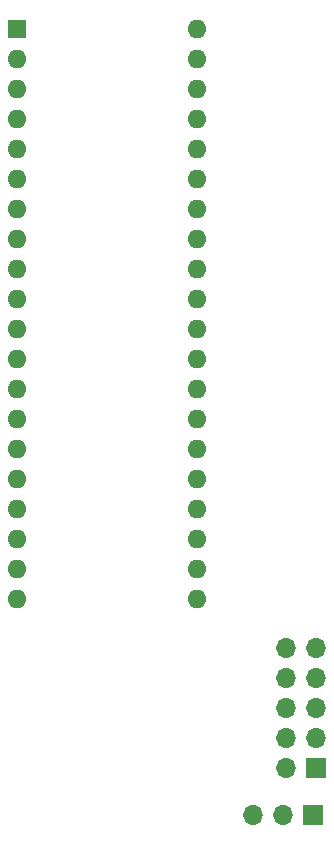
<source format=gbr>
%TF.GenerationSoftware,KiCad,Pcbnew,(6.0.8)*%
%TF.CreationDate,2023-11-14T22:14:52+01:00*%
%TF.ProjectId,B780_CPU,42373830-5f43-4505-952e-6b696361645f,rev?*%
%TF.SameCoordinates,Original*%
%TF.FileFunction,Soldermask,Bot*%
%TF.FilePolarity,Negative*%
%FSLAX46Y46*%
G04 Gerber Fmt 4.6, Leading zero omitted, Abs format (unit mm)*
G04 Created by KiCad (PCBNEW (6.0.8)) date 2023-11-14 22:14:52*
%MOMM*%
%LPD*%
G01*
G04 APERTURE LIST*
%ADD10R,1.600000X1.600000*%
%ADD11O,1.600000X1.600000*%
%ADD12R,1.700000X1.700000*%
%ADD13O,1.700000X1.700000*%
G04 APERTURE END LIST*
D10*
%TO.C,J1*%
X69000000Y-39000000D03*
D11*
X69000000Y-41540000D03*
X69000000Y-44080000D03*
X69000000Y-46620000D03*
X69000000Y-49160000D03*
X69000000Y-51700000D03*
X69000000Y-54240000D03*
X69000000Y-56780000D03*
X69000000Y-59320000D03*
X69000000Y-61860000D03*
X69000000Y-64400000D03*
X69000000Y-66940000D03*
X69000000Y-69480000D03*
X69000000Y-72020000D03*
X69000000Y-74560000D03*
X69000000Y-77100000D03*
X69000000Y-79640000D03*
X69000000Y-82180000D03*
X69000000Y-84720000D03*
X69000000Y-87260000D03*
X84240000Y-87260000D03*
X84240000Y-84720000D03*
X84240000Y-82180000D03*
X84240000Y-79640000D03*
X84240000Y-77100000D03*
X84240000Y-74560000D03*
X84240000Y-72020000D03*
X84240000Y-69480000D03*
X84240000Y-66940000D03*
X84240000Y-64400000D03*
X84240000Y-61860000D03*
X84240000Y-59320000D03*
X84240000Y-56780000D03*
X84240000Y-54240000D03*
X84240000Y-51700000D03*
X84240000Y-49160000D03*
X84240000Y-46620000D03*
X84240000Y-44080000D03*
X84240000Y-41540000D03*
X84240000Y-39000000D03*
%TD*%
D12*
%TO.C,J3*%
X94025000Y-105500000D03*
D13*
X91485000Y-105500000D03*
X88945000Y-105500000D03*
%TD*%
D12*
%TO.C,J2*%
X94275000Y-101575000D03*
D13*
X91735000Y-101575000D03*
X94275000Y-99035000D03*
X91735000Y-99035000D03*
X94275000Y-96495000D03*
X91735000Y-96495000D03*
X94275000Y-93955000D03*
X91735000Y-93955000D03*
X94275000Y-91415000D03*
X91735000Y-91415000D03*
%TD*%
M02*

</source>
